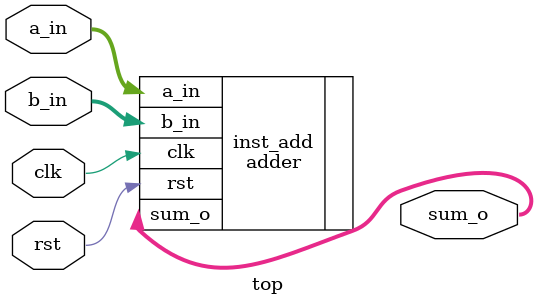
<source format=v>
module top(
    input clk,
   input rst,
   input [7:0] a_in,
   input [7:0] b_in,
   output [8:0] sum_o
);

adder inst_add(
   .clk  (clk),
   .rst  (rst),
   .a_in (a_in),
   .b_in (b_in),
   .sum_o(sum_o)
);
endmodule


</source>
